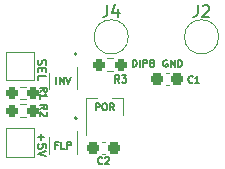
<source format=gto>
%TF.GenerationSoftware,KiCad,Pcbnew,(6.0.10)*%
%TF.CreationDate,2023-08-09T22:59:08-05:00*%
%TF.ProjectId,MVS Pause Button,4d565320-5061-4757-9365-20427574746f,rev?*%
%TF.SameCoordinates,Original*%
%TF.FileFunction,Legend,Top*%
%TF.FilePolarity,Positive*%
%FSLAX46Y46*%
G04 Gerber Fmt 4.6, Leading zero omitted, Abs format (unit mm)*
G04 Created by KiCad (PCBNEW (6.0.10)) date 2023-08-09 22:59:08*
%MOMM*%
%LPD*%
G01*
G04 APERTURE LIST*
G04 Aperture macros list*
%AMRoundRect*
0 Rectangle with rounded corners*
0 $1 Rounding radius*
0 $2 $3 $4 $5 $6 $7 $8 $9 X,Y pos of 4 corners*
0 Add a 4 corners polygon primitive as box body*
4,1,4,$2,$3,$4,$5,$6,$7,$8,$9,$2,$3,0*
0 Add four circle primitives for the rounded corners*
1,1,$1+$1,$2,$3*
1,1,$1+$1,$4,$5*
1,1,$1+$1,$6,$7*
1,1,$1+$1,$8,$9*
0 Add four rect primitives between the rounded corners*
20,1,$1+$1,$2,$3,$4,$5,0*
20,1,$1+$1,$4,$5,$6,$7,0*
20,1,$1+$1,$6,$7,$8,$9,0*
20,1,$1+$1,$8,$9,$2,$3,0*%
G04 Aperture macros list end*
%ADD10C,0.150000*%
%ADD11C,0.175000*%
%ADD12C,0.120000*%
%ADD13R,0.400000X1.500000*%
%ADD14RoundRect,0.237500X0.250000X0.237500X-0.250000X0.237500X-0.250000X-0.237500X0.250000X-0.237500X0*%
%ADD15R,2.000000X2.000000*%
%ADD16C,2.500000*%
%ADD17RoundRect,0.237500X0.300000X0.237500X-0.300000X0.237500X-0.300000X-0.237500X0.300000X-0.237500X0*%
%ADD18RoundRect,0.237500X-0.250000X-0.237500X0.250000X-0.237500X0.250000X0.237500X-0.250000X0.237500X0*%
%ADD19R,0.800000X1.900000*%
%ADD20C,1.000000*%
G04 APERTURE END LIST*
D10*
X111500000Y-43800000D02*
G75*
G03*
X111500000Y-43800000I-100000J0D01*
G01*
X111500000Y-49250000D02*
G75*
G03*
X111500000Y-49250000I-100000J0D01*
G01*
X116214285Y-44871428D02*
X116214285Y-44271428D01*
X116357142Y-44271428D01*
X116442857Y-44300000D01*
X116500000Y-44357142D01*
X116528571Y-44414285D01*
X116557142Y-44528571D01*
X116557142Y-44614285D01*
X116528571Y-44728571D01*
X116500000Y-44785714D01*
X116442857Y-44842857D01*
X116357142Y-44871428D01*
X116214285Y-44871428D01*
X116814285Y-44871428D02*
X116814285Y-44271428D01*
X117100000Y-44871428D02*
X117100000Y-44271428D01*
X117328571Y-44271428D01*
X117385714Y-44300000D01*
X117414285Y-44328571D01*
X117442857Y-44385714D01*
X117442857Y-44471428D01*
X117414285Y-44528571D01*
X117385714Y-44557142D01*
X117328571Y-44585714D01*
X117100000Y-44585714D01*
X117785714Y-44528571D02*
X117728571Y-44500000D01*
X117700000Y-44471428D01*
X117671428Y-44414285D01*
X117671428Y-44385714D01*
X117700000Y-44328571D01*
X117728571Y-44300000D01*
X117785714Y-44271428D01*
X117900000Y-44271428D01*
X117957142Y-44300000D01*
X117985714Y-44328571D01*
X118014285Y-44385714D01*
X118014285Y-44414285D01*
X117985714Y-44471428D01*
X117957142Y-44500000D01*
X117900000Y-44528571D01*
X117785714Y-44528571D01*
X117728571Y-44557142D01*
X117700000Y-44585714D01*
X117671428Y-44642857D01*
X117671428Y-44757142D01*
X117700000Y-44814285D01*
X117728571Y-44842857D01*
X117785714Y-44871428D01*
X117900000Y-44871428D01*
X117957142Y-44842857D01*
X117985714Y-44814285D01*
X118014285Y-44757142D01*
X118014285Y-44642857D01*
X117985714Y-44585714D01*
X117957142Y-44557142D01*
X117900000Y-44528571D01*
X113650000Y-53064285D02*
X113621428Y-53092857D01*
X113535714Y-53121428D01*
X113478571Y-53121428D01*
X113392857Y-53092857D01*
X113335714Y-53035714D01*
X113307142Y-52978571D01*
X113278571Y-52864285D01*
X113278571Y-52778571D01*
X113307142Y-52664285D01*
X113335714Y-52607142D01*
X113392857Y-52550000D01*
X113478571Y-52521428D01*
X113535714Y-52521428D01*
X113621428Y-52550000D01*
X113650000Y-52578571D01*
X113878571Y-52578571D02*
X113907142Y-52550000D01*
X113964285Y-52521428D01*
X114107142Y-52521428D01*
X114164285Y-52550000D01*
X114192857Y-52578571D01*
X114221428Y-52635714D01*
X114221428Y-52692857D01*
X114192857Y-52778571D01*
X113850000Y-53121428D01*
X114221428Y-53121428D01*
X119142857Y-44300000D02*
X119085714Y-44271428D01*
X119000000Y-44271428D01*
X118914285Y-44300000D01*
X118857142Y-44357142D01*
X118828571Y-44414285D01*
X118800000Y-44528571D01*
X118800000Y-44614285D01*
X118828571Y-44728571D01*
X118857142Y-44785714D01*
X118914285Y-44842857D01*
X119000000Y-44871428D01*
X119057142Y-44871428D01*
X119142857Y-44842857D01*
X119171428Y-44814285D01*
X119171428Y-44614285D01*
X119057142Y-44614285D01*
X119428571Y-44871428D02*
X119428571Y-44271428D01*
X119771428Y-44871428D01*
X119771428Y-44271428D01*
X120057142Y-44871428D02*
X120057142Y-44271428D01*
X120200000Y-44271428D01*
X120285714Y-44300000D01*
X120342857Y-44357142D01*
X120371428Y-44414285D01*
X120400000Y-44528571D01*
X120400000Y-44614285D01*
X120371428Y-44728571D01*
X120342857Y-44785714D01*
X120285714Y-44842857D01*
X120200000Y-44871428D01*
X120057142Y-44871428D01*
X108403571Y-47000000D02*
X108689285Y-46800000D01*
X108403571Y-46657142D02*
X109003571Y-46657142D01*
X109003571Y-46885714D01*
X108975000Y-46942857D01*
X108946428Y-46971428D01*
X108889285Y-47000000D01*
X108803571Y-47000000D01*
X108746428Y-46971428D01*
X108717857Y-46942857D01*
X108689285Y-46885714D01*
X108689285Y-46657142D01*
X108403571Y-47571428D02*
X108403571Y-47228571D01*
X108403571Y-47400000D02*
X109003571Y-47400000D01*
X108917857Y-47342857D01*
X108860714Y-47285714D01*
X108832142Y-47228571D01*
X109753571Y-46371428D02*
X109753571Y-45771428D01*
X110039285Y-46371428D02*
X110039285Y-45771428D01*
X110382142Y-46371428D01*
X110382142Y-45771428D01*
X110582142Y-45771428D02*
X110782142Y-46371428D01*
X110982142Y-45771428D01*
X113078571Y-48571428D02*
X113078571Y-47971428D01*
X113307142Y-47971428D01*
X113364285Y-48000000D01*
X113392857Y-48028571D01*
X113421428Y-48085714D01*
X113421428Y-48171428D01*
X113392857Y-48228571D01*
X113364285Y-48257142D01*
X113307142Y-48285714D01*
X113078571Y-48285714D01*
X113792857Y-47971428D02*
X113907142Y-47971428D01*
X113964285Y-48000000D01*
X114021428Y-48057142D01*
X114050000Y-48171428D01*
X114050000Y-48371428D01*
X114021428Y-48485714D01*
X113964285Y-48542857D01*
X113907142Y-48571428D01*
X113792857Y-48571428D01*
X113735714Y-48542857D01*
X113678571Y-48485714D01*
X113650000Y-48371428D01*
X113650000Y-48171428D01*
X113678571Y-48057142D01*
X113735714Y-48000000D01*
X113792857Y-47971428D01*
X114650000Y-48571428D02*
X114450000Y-48285714D01*
X114307142Y-48571428D02*
X114307142Y-47971428D01*
X114535714Y-47971428D01*
X114592857Y-48000000D01*
X114621428Y-48028571D01*
X114650000Y-48085714D01*
X114650000Y-48171428D01*
X114621428Y-48228571D01*
X114592857Y-48257142D01*
X114535714Y-48285714D01*
X114307142Y-48285714D01*
X121300000Y-46214285D02*
X121271428Y-46242857D01*
X121185714Y-46271428D01*
X121128571Y-46271428D01*
X121042857Y-46242857D01*
X120985714Y-46185714D01*
X120957142Y-46128571D01*
X120928571Y-46014285D01*
X120928571Y-45928571D01*
X120957142Y-45814285D01*
X120985714Y-45757142D01*
X121042857Y-45700000D01*
X121128571Y-45671428D01*
X121185714Y-45671428D01*
X121271428Y-45700000D01*
X121300000Y-45728571D01*
X121871428Y-46271428D02*
X121528571Y-46271428D01*
X121700000Y-46271428D02*
X121700000Y-45671428D01*
X121642857Y-45757142D01*
X121585714Y-45814285D01*
X121528571Y-45842857D01*
X109867857Y-51507142D02*
X109667857Y-51507142D01*
X109667857Y-51821428D02*
X109667857Y-51221428D01*
X109953571Y-51221428D01*
X110467857Y-51821428D02*
X110182142Y-51821428D01*
X110182142Y-51221428D01*
X110667857Y-51821428D02*
X110667857Y-51221428D01*
X110896428Y-51221428D01*
X110953571Y-51250000D01*
X110982142Y-51278571D01*
X111010714Y-51335714D01*
X111010714Y-51421428D01*
X110982142Y-51478571D01*
X110953571Y-51507142D01*
X110896428Y-51535714D01*
X110667857Y-51535714D01*
D11*
X108216666Y-44300000D02*
X108183333Y-44400000D01*
X108183333Y-44566666D01*
X108216666Y-44633333D01*
X108250000Y-44666666D01*
X108316666Y-44700000D01*
X108383333Y-44700000D01*
X108450000Y-44666666D01*
X108483333Y-44633333D01*
X108516666Y-44566666D01*
X108550000Y-44433333D01*
X108583333Y-44366666D01*
X108616666Y-44333333D01*
X108683333Y-44300000D01*
X108750000Y-44300000D01*
X108816666Y-44333333D01*
X108850000Y-44366666D01*
X108883333Y-44433333D01*
X108883333Y-44600000D01*
X108850000Y-44700000D01*
X108550000Y-45000000D02*
X108550000Y-45233333D01*
X108183333Y-45333333D02*
X108183333Y-45000000D01*
X108883333Y-45000000D01*
X108883333Y-45333333D01*
X108183333Y-45966666D02*
X108183333Y-45633333D01*
X108883333Y-45633333D01*
X108450000Y-50575000D02*
X108450000Y-51108333D01*
X108183333Y-50841666D02*
X108716666Y-50841666D01*
X108883333Y-51775000D02*
X108883333Y-51441666D01*
X108550000Y-51408333D01*
X108583333Y-51441666D01*
X108616666Y-51508333D01*
X108616666Y-51675000D01*
X108583333Y-51741666D01*
X108550000Y-51775000D01*
X108483333Y-51808333D01*
X108316666Y-51808333D01*
X108250000Y-51775000D01*
X108216666Y-51741666D01*
X108183333Y-51675000D01*
X108183333Y-51508333D01*
X108216666Y-51441666D01*
X108250000Y-51408333D01*
X108883333Y-52008333D02*
X108183333Y-52241666D01*
X108883333Y-52475000D01*
D10*
X108403571Y-48500000D02*
X108689285Y-48300000D01*
X108403571Y-48157142D02*
X109003571Y-48157142D01*
X109003571Y-48385714D01*
X108975000Y-48442857D01*
X108946428Y-48471428D01*
X108889285Y-48500000D01*
X108803571Y-48500000D01*
X108746428Y-48471428D01*
X108717857Y-48442857D01*
X108689285Y-48385714D01*
X108689285Y-48157142D01*
X108946428Y-48728571D02*
X108975000Y-48757142D01*
X109003571Y-48814285D01*
X109003571Y-48957142D01*
X108975000Y-49014285D01*
X108946428Y-49042857D01*
X108889285Y-49071428D01*
X108832142Y-49071428D01*
X108746428Y-49042857D01*
X108403571Y-48700000D01*
X108403571Y-49071428D01*
%TO.C,R3*%
X115100000Y-46221428D02*
X114900000Y-45935714D01*
X114757142Y-46221428D02*
X114757142Y-45621428D01*
X114985714Y-45621428D01*
X115042857Y-45650000D01*
X115071428Y-45678571D01*
X115100000Y-45735714D01*
X115100000Y-45821428D01*
X115071428Y-45878571D01*
X115042857Y-45907142D01*
X114985714Y-45935714D01*
X114757142Y-45935714D01*
X115300000Y-45621428D02*
X115671428Y-45621428D01*
X115471428Y-45850000D01*
X115557142Y-45850000D01*
X115614285Y-45878571D01*
X115642857Y-45907142D01*
X115671428Y-45964285D01*
X115671428Y-46107142D01*
X115642857Y-46164285D01*
X115614285Y-46192857D01*
X115557142Y-46221428D01*
X115385714Y-46221428D01*
X115328571Y-46192857D01*
X115300000Y-46164285D01*
%TO.C,J2*%
X121716666Y-39654380D02*
X121716666Y-40368666D01*
X121669047Y-40511523D01*
X121573809Y-40606761D01*
X121430952Y-40654380D01*
X121335714Y-40654380D01*
X122145238Y-39749619D02*
X122192857Y-39702000D01*
X122288095Y-39654380D01*
X122526190Y-39654380D01*
X122621428Y-39702000D01*
X122669047Y-39749619D01*
X122716666Y-39844857D01*
X122716666Y-39940095D01*
X122669047Y-40082952D01*
X122097619Y-40654380D01*
X122716666Y-40654380D01*
%TO.C,J4*%
X114066666Y-39654380D02*
X114066666Y-40368666D01*
X114019047Y-40511523D01*
X113923809Y-40606761D01*
X113780952Y-40654380D01*
X113685714Y-40654380D01*
X114971428Y-39987714D02*
X114971428Y-40654380D01*
X114733333Y-39606761D02*
X114495238Y-40321047D01*
X115114285Y-40321047D01*
D12*
%TO.C,INV1*%
X109165000Y-45400000D02*
X109165000Y-46800000D01*
X111485000Y-46800000D02*
X111485000Y-44900000D01*
%TO.C,R3*%
X114554724Y-44177500D02*
X114045276Y-44177500D01*
X114554724Y-45222500D02*
X114045276Y-45222500D01*
%TO.C,J1*%
X107900000Y-43600000D02*
X107900000Y-46000000D01*
X105500000Y-43600000D02*
X107900000Y-43600000D01*
X107900000Y-46000000D02*
X105500000Y-46000000D01*
X105500000Y-46000000D02*
X105500000Y-43600000D01*
%TO.C,R2*%
X107154724Y-48077500D02*
X106645276Y-48077500D01*
X107154724Y-49122500D02*
X106645276Y-49122500D01*
%TO.C,J2*%
X123500000Y-42350000D02*
G75*
G03*
X123500000Y-42350000I-1450000J0D01*
G01*
%TO.C,FLP1*%
X111485000Y-52250000D02*
X111485000Y-50350000D01*
X109165000Y-50850000D02*
X109165000Y-52250000D01*
%TO.C,C1*%
X119296267Y-46460000D02*
X119003733Y-46460000D01*
X119296267Y-45440000D02*
X119003733Y-45440000D01*
%TO.C,R1*%
X106645276Y-46577500D02*
X107154724Y-46577500D01*
X106645276Y-47622500D02*
X107154724Y-47622500D01*
%TO.C,POR1*%
X115430000Y-47490000D02*
X115430000Y-48950000D01*
X112270000Y-47490000D02*
X113200000Y-47490000D01*
X112270000Y-47490000D02*
X112270000Y-50650000D01*
X115430000Y-47490000D02*
X114500000Y-47490000D01*
%TO.C,J3*%
X105500000Y-52500000D02*
X105500000Y-50100000D01*
X105500000Y-50100000D02*
X107900000Y-50100000D01*
X107900000Y-50100000D02*
X107900000Y-52500000D01*
X107900000Y-52500000D02*
X105500000Y-52500000D01*
%TO.C,J4*%
X115850000Y-42350000D02*
G75*
G03*
X115850000Y-42350000I-1450000J0D01*
G01*
%TO.C,C2*%
X113896267Y-52260000D02*
X113603733Y-52260000D01*
X113896267Y-51240000D02*
X113603733Y-51240000D01*
%TD*%
%LPC*%
D13*
%TO.C,INV1*%
X110975000Y-44770000D03*
X110325000Y-44770000D03*
X109675000Y-44770000D03*
X109675000Y-47430000D03*
X110325000Y-47430000D03*
X110975000Y-47430000D03*
%TD*%
D14*
%TO.C,R3*%
X113387500Y-44700000D03*
X115212500Y-44700000D03*
%TD*%
D15*
%TO.C,J1*%
X106700000Y-44800000D03*
%TD*%
D14*
%TO.C,R2*%
X107812500Y-48600000D03*
X105987500Y-48600000D03*
%TD*%
D16*
%TO.C,J2*%
X122050000Y-42350000D03*
%TD*%
D13*
%TO.C,FLP1*%
X110975000Y-50220000D03*
X110325000Y-50220000D03*
X109675000Y-50220000D03*
X109675000Y-52880000D03*
X110325000Y-52880000D03*
X110975000Y-52880000D03*
%TD*%
D17*
%TO.C,C1*%
X120012500Y-45950000D03*
X118287500Y-45950000D03*
%TD*%
D18*
%TO.C,R1*%
X107812500Y-47100000D03*
X105987500Y-47100000D03*
%TD*%
D19*
%TO.C,POR1*%
X112900000Y-49750000D03*
X114800000Y-49750000D03*
X113850000Y-46750000D03*
%TD*%
D15*
%TO.C,J3*%
X106700000Y-51300000D03*
%TD*%
D16*
%TO.C,J4*%
X114400000Y-42350000D03*
%TD*%
D17*
%TO.C,C2*%
X114612500Y-51750000D03*
X112887500Y-51750000D03*
%TD*%
D20*
%TO.C,REF\u002A\u002A*%
X106000000Y-53500000D03*
%TD*%
%TO.C,REF\u002A\u002A*%
X115100000Y-53500000D03*
%TD*%
%TO.C,REF\u002A\u002A*%
X122800000Y-45950000D03*
%TD*%
M02*

</source>
